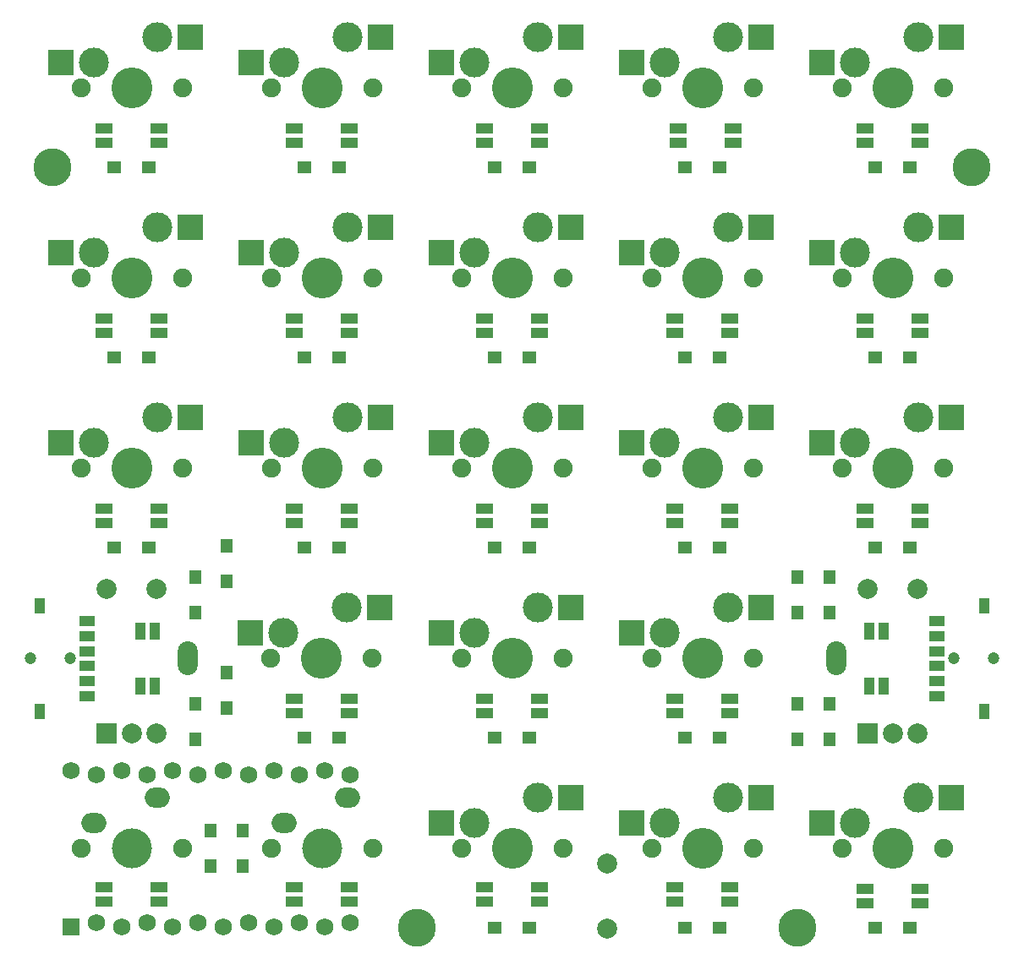
<source format=gbs>
G04 #@! TF.GenerationSoftware,KiCad,Pcbnew,(6.0.1)*
G04 #@! TF.CreationDate,2022-02-24T19:14:04+09:00*
G04 #@! TF.ProjectId,xipher_kbd,78697068-6572-45f6-9b62-642e6b696361,rev?*
G04 #@! TF.SameCoordinates,Original*
G04 #@! TF.FileFunction,Soldermask,Bot*
G04 #@! TF.FilePolarity,Negative*
%FSLAX46Y46*%
G04 Gerber Fmt 4.6, Leading zero omitted, Abs format (unit mm)*
G04 Created by KiCad (PCBNEW (6.0.1)) date 2022-02-24 19:14:04*
%MOMM*%
%LPD*%
G01*
G04 APERTURE LIST*
%ADD10C,3.800000*%
%ADD11R,1.000000X1.700000*%
%ADD12C,2.000000*%
%ADD13O,2.000000X3.400000*%
%ADD14R,2.000000X2.000000*%
%ADD15O,2.500000X2.000000*%
%ADD16C,1.900000*%
%ADD17C,4.000000*%
%ADD18C,1.200000*%
%ADD19R,1.600000X1.000000*%
%ADD20R,1.100000X1.600000*%
%ADD21C,1.752600*%
%ADD22R,1.752600X1.752600*%
%ADD23R,2.550000X2.500000*%
%ADD24C,4.100000*%
%ADD25C,3.000000*%
%ADD26R,1.400000X1.300000*%
%ADD27R,1.300000X1.400000*%
%ADD28R,1.700000X1.000000*%
G04 APERTURE END LIST*
D10*
G04 #@! TO.C,REF4*
X71437500Y-127000000D03*
G04 #@! TD*
G04 #@! TO.C,REF3*
X109537500Y-127000000D03*
G04 #@! TD*
G04 #@! TO.C,REF2*
X34925000Y-50800000D03*
G04 #@! TD*
G04 #@! TO.C,REF1*
X127000000Y-50800000D03*
G04 #@! TD*
D11*
G04 #@! TO.C,LED16*
X43750000Y-97262500D03*
X45150000Y-97262500D03*
X43750000Y-102762500D03*
X45150000Y-102762500D03*
G04 #@! TD*
D12*
G04 #@! TO.C,SW2*
X121562500Y-93012500D03*
X116562500Y-93012500D03*
D13*
X113462500Y-100012500D03*
D12*
X121562500Y-107512500D03*
X119062500Y-107512500D03*
D14*
X116562500Y-107512500D03*
G04 #@! TD*
D12*
G04 #@! TO.C,SW3*
X45362500Y-93012500D03*
X40362500Y-93012500D03*
D13*
X48462500Y-100012500D03*
D12*
X45362500Y-107512500D03*
X42862500Y-107512500D03*
D14*
X40362500Y-107512500D03*
G04 #@! TD*
D15*
G04 #@! TO.C,SW25*
X58102500Y-116522500D03*
X64452500Y-113982500D03*
D16*
X66992500Y-119062500D03*
X56832500Y-119062500D03*
D17*
X61912500Y-119062500D03*
G04 #@! TD*
G04 #@! TO.C,SW24*
X42862500Y-119062500D03*
D16*
X37782500Y-119062500D03*
X47942500Y-119062500D03*
D15*
X45402500Y-113982500D03*
X39052500Y-116522500D03*
G04 #@! TD*
D18*
G04 #@! TO.C,S1*
X125187500Y-100012500D03*
X129187500Y-100012500D03*
D19*
X123487500Y-100762500D03*
D20*
X128287500Y-105312500D03*
D19*
X123487500Y-96262500D03*
D20*
X128287500Y-94712500D03*
D19*
X123487500Y-97762500D03*
X123487500Y-99262500D03*
X123487500Y-102262500D03*
X123487500Y-103762500D03*
G04 #@! TD*
D18*
G04 #@! TO.C,S2*
X36737500Y-100012500D03*
X32737500Y-100012500D03*
D19*
X38437500Y-99262500D03*
D20*
X33637500Y-94712500D03*
D19*
X38437500Y-103762500D03*
D20*
X33637500Y-105312500D03*
D19*
X38437500Y-102262500D03*
X38437500Y-100762500D03*
X38437500Y-97762500D03*
X38437500Y-96262500D03*
G04 #@! TD*
D21*
G04 #@! TO.C,U1*
X36830000Y-111213900D03*
X64770000Y-126453900D03*
X39370000Y-111671100D03*
X41910000Y-111213900D03*
X44450000Y-111671100D03*
X46990000Y-111213900D03*
X49530000Y-111671100D03*
X52070000Y-111213900D03*
X54610000Y-111671100D03*
X57150000Y-111213900D03*
X59690000Y-111671100D03*
X62230000Y-111213900D03*
X64770000Y-111671100D03*
X62230000Y-126911100D03*
X59690000Y-126453900D03*
X57150000Y-126911100D03*
X54610000Y-126453900D03*
X52070000Y-126911100D03*
X49530000Y-126453900D03*
X46990000Y-126911100D03*
X44450000Y-126453900D03*
X41910000Y-126911100D03*
X39370000Y-126453900D03*
D22*
X36830000Y-126911100D03*
G04 #@! TD*
D23*
G04 #@! TO.C,SW28*
X111977500Y-116522500D03*
D24*
X119062500Y-119062500D03*
D16*
X124142500Y-119062500D03*
X113982500Y-119062500D03*
D23*
X124904500Y-113982500D03*
D25*
X115252500Y-116522500D03*
X121602500Y-113982500D03*
G04 #@! TD*
D23*
G04 #@! TO.C,SW27*
X92927500Y-116522500D03*
D24*
X100012500Y-119062500D03*
D16*
X105092500Y-119062500D03*
X94932500Y-119062500D03*
D23*
X105854500Y-113982500D03*
D25*
X96202500Y-116522500D03*
X102552500Y-113982500D03*
G04 #@! TD*
G04 #@! TO.C,SW26*
X83502500Y-113982500D03*
X77152500Y-116522500D03*
D23*
X86804500Y-113982500D03*
D16*
X75882500Y-119062500D03*
X86042500Y-119062500D03*
D24*
X80962500Y-119062500D03*
D23*
X73877500Y-116522500D03*
G04 #@! TD*
D25*
G04 #@! TO.C,SW22*
X102552500Y-94932500D03*
X96202500Y-97472500D03*
D23*
X105854500Y-94932500D03*
D16*
X94932500Y-100012500D03*
X105092500Y-100012500D03*
D24*
X100012500Y-100012500D03*
D23*
X92927500Y-97472500D03*
G04 #@! TD*
D25*
G04 #@! TO.C,SW21*
X83502500Y-94932500D03*
X77152500Y-97472500D03*
D23*
X86804500Y-94932500D03*
D16*
X75882500Y-100012500D03*
X86042500Y-100012500D03*
D24*
X80962500Y-100012500D03*
D23*
X73877500Y-97472500D03*
G04 #@! TD*
D25*
G04 #@! TO.C,SW20*
X64420000Y-94932500D03*
X58070000Y-97472500D03*
D23*
X67722000Y-94932500D03*
D16*
X56800000Y-100012500D03*
X66960000Y-100012500D03*
D24*
X61880000Y-100012500D03*
D23*
X54795000Y-97472500D03*
G04 #@! TD*
D25*
G04 #@! TO.C,SW18*
X121602500Y-75882500D03*
X115252500Y-78422500D03*
D23*
X124904500Y-75882500D03*
D16*
X113982500Y-80962500D03*
X124142500Y-80962500D03*
D24*
X119062500Y-80962500D03*
D23*
X111977500Y-78422500D03*
G04 #@! TD*
D25*
G04 #@! TO.C,SW17*
X102552500Y-75882500D03*
X96202500Y-78422500D03*
D23*
X105854500Y-75882500D03*
D16*
X94932500Y-80962500D03*
X105092500Y-80962500D03*
D24*
X100012500Y-80962500D03*
D23*
X92927500Y-78422500D03*
G04 #@! TD*
D25*
G04 #@! TO.C,SW16*
X83502500Y-75882500D03*
X77152500Y-78422500D03*
D23*
X86804500Y-75882500D03*
D16*
X75882500Y-80962500D03*
X86042500Y-80962500D03*
D24*
X80962500Y-80962500D03*
D23*
X73877500Y-78422500D03*
G04 #@! TD*
D25*
G04 #@! TO.C,SW15*
X64452500Y-75882500D03*
X58102500Y-78422500D03*
D23*
X67754500Y-75882500D03*
D16*
X56832500Y-80962500D03*
X66992500Y-80962500D03*
D24*
X61912500Y-80962500D03*
D23*
X54827500Y-78422500D03*
G04 #@! TD*
D25*
G04 #@! TO.C,SW14*
X45402500Y-75882500D03*
X39052500Y-78422500D03*
D23*
X48704500Y-75882500D03*
D16*
X37782500Y-80962500D03*
X47942500Y-80962500D03*
D24*
X42862500Y-80962500D03*
D23*
X35777500Y-78422500D03*
G04 #@! TD*
D25*
G04 #@! TO.C,SW13*
X121602500Y-56832500D03*
X115252500Y-59372500D03*
D23*
X124904500Y-56832500D03*
D16*
X113982500Y-61912500D03*
X124142500Y-61912500D03*
D24*
X119062500Y-61912500D03*
D23*
X111977500Y-59372500D03*
G04 #@! TD*
G04 #@! TO.C,SW12*
X92927500Y-59372500D03*
D24*
X100012500Y-61912500D03*
D16*
X105092500Y-61912500D03*
X94932500Y-61912500D03*
D23*
X105854500Y-56832500D03*
D25*
X96202500Y-59372500D03*
X102552500Y-56832500D03*
G04 #@! TD*
D23*
G04 #@! TO.C,SW11*
X73877500Y-59372500D03*
D24*
X80962500Y-61912500D03*
D16*
X86042500Y-61912500D03*
X75882500Y-61912500D03*
D23*
X86804500Y-56832500D03*
D25*
X77152500Y-59372500D03*
X83502500Y-56832500D03*
G04 #@! TD*
D23*
G04 #@! TO.C,SW10*
X54827500Y-59372500D03*
D24*
X61912500Y-61912500D03*
D16*
X66992500Y-61912500D03*
X56832500Y-61912500D03*
D23*
X67754500Y-56832500D03*
D25*
X58102500Y-59372500D03*
X64452500Y-56832500D03*
G04 #@! TD*
D23*
G04 #@! TO.C,SW9*
X35777500Y-59372500D03*
D24*
X42862500Y-61912500D03*
D16*
X47942500Y-61912500D03*
X37782500Y-61912500D03*
D23*
X48704500Y-56832500D03*
D25*
X39052500Y-59372500D03*
X45402500Y-56832500D03*
G04 #@! TD*
G04 #@! TO.C,SW8*
X121602500Y-37782500D03*
X115252500Y-40322500D03*
D23*
X124904500Y-37782500D03*
D16*
X113982500Y-42862500D03*
X124142500Y-42862500D03*
D24*
X119062500Y-42862500D03*
D23*
X111977500Y-40322500D03*
G04 #@! TD*
D25*
G04 #@! TO.C,SW7*
X102552500Y-37782500D03*
X96202500Y-40322500D03*
D23*
X105854500Y-37782500D03*
D16*
X94932500Y-42862500D03*
X105092500Y-42862500D03*
D24*
X100012500Y-42862500D03*
D23*
X92927500Y-40322500D03*
G04 #@! TD*
D25*
G04 #@! TO.C,SW6*
X83502500Y-37782500D03*
X77152500Y-40322500D03*
D23*
X86804500Y-37782500D03*
D16*
X75882500Y-42862500D03*
X86042500Y-42862500D03*
D24*
X80962500Y-42862500D03*
D23*
X73877500Y-40322500D03*
G04 #@! TD*
D25*
G04 #@! TO.C,SW5*
X64452500Y-37782500D03*
X58102500Y-40322500D03*
D23*
X67754500Y-37782500D03*
D16*
X56832500Y-42862500D03*
X66992500Y-42862500D03*
D24*
X61912500Y-42862500D03*
D23*
X54827500Y-40322500D03*
G04 #@! TD*
G04 #@! TO.C,SW4*
X35777500Y-40322500D03*
D24*
X42862500Y-42862500D03*
D16*
X47942500Y-42862500D03*
X37782500Y-42862500D03*
D23*
X48704500Y-37782500D03*
D25*
X39052500Y-40322500D03*
X45402500Y-37782500D03*
G04 #@! TD*
D26*
G04 #@! TO.C,D14*
X79187500Y-88900000D03*
X82737500Y-88900000D03*
G04 #@! TD*
G04 #@! TO.C,D13*
X60137500Y-88900000D03*
X63687500Y-88900000D03*
G04 #@! TD*
G04 #@! TO.C,D12*
X41087500Y-88900000D03*
X44637500Y-88900000D03*
G04 #@! TD*
G04 #@! TO.C,D10*
X117287500Y-69850000D03*
X120837500Y-69850000D03*
G04 #@! TD*
G04 #@! TO.C,D9*
X98237500Y-69850000D03*
X101787500Y-69850000D03*
G04 #@! TD*
G04 #@! TO.C,D8*
X79187500Y-69850000D03*
X82737500Y-69850000D03*
G04 #@! TD*
G04 #@! TO.C,D7*
X60137500Y-69850000D03*
X63687500Y-69850000D03*
G04 #@! TD*
G04 #@! TO.C,D6*
X41087500Y-69850000D03*
X44637500Y-69850000D03*
G04 #@! TD*
G04 #@! TO.C,D5*
X120837500Y-50800000D03*
X117287500Y-50800000D03*
G04 #@! TD*
G04 #@! TO.C,D4*
X98237500Y-50800000D03*
X101787500Y-50800000D03*
G04 #@! TD*
G04 #@! TO.C,D3*
X79187500Y-50800000D03*
X82737500Y-50800000D03*
G04 #@! TD*
G04 #@! TO.C,D2*
X63687500Y-50800000D03*
X60137500Y-50800000D03*
G04 #@! TD*
G04 #@! TO.C,D1*
X41087500Y-50800000D03*
X44637500Y-50800000D03*
G04 #@! TD*
D27*
G04 #@! TO.C,D11*
X112712500Y-104587500D03*
X112712500Y-108137500D03*
G04 #@! TD*
D26*
G04 #@! TO.C,D31*
X117287500Y-127000000D03*
X120837500Y-127000000D03*
G04 #@! TD*
G04 #@! TO.C,D30*
X98237500Y-127000000D03*
X101787500Y-127000000D03*
G04 #@! TD*
G04 #@! TO.C,D29*
X79187500Y-127000000D03*
X82737500Y-127000000D03*
G04 #@! TD*
D27*
G04 #@! TO.C,D28*
X53975000Y-120837500D03*
X53975000Y-117287500D03*
G04 #@! TD*
G04 #@! TO.C,D27*
X50800000Y-120837500D03*
X50800000Y-117287500D03*
G04 #@! TD*
G04 #@! TO.C,D26*
X49212500Y-108137500D03*
X49212500Y-104587500D03*
G04 #@! TD*
G04 #@! TO.C,D25*
X52387500Y-92262500D03*
X52387500Y-88712500D03*
G04 #@! TD*
G04 #@! TO.C,D24*
X52387500Y-104962500D03*
X52387500Y-101412500D03*
G04 #@! TD*
G04 #@! TO.C,D23*
X112712500Y-91887500D03*
X112712500Y-95437500D03*
G04 #@! TD*
D26*
G04 #@! TO.C,D22*
X98237500Y-107950000D03*
X101787500Y-107950000D03*
G04 #@! TD*
G04 #@! TO.C,D21*
X79187500Y-107950000D03*
X82737500Y-107950000D03*
G04 #@! TD*
G04 #@! TO.C,D20*
X60137500Y-107950000D03*
X63687500Y-107950000D03*
G04 #@! TD*
D27*
G04 #@! TO.C,D19*
X49212500Y-91887500D03*
X49212500Y-95437500D03*
G04 #@! TD*
G04 #@! TO.C,D18*
X109537500Y-104587500D03*
X109537500Y-108137500D03*
G04 #@! TD*
G04 #@! TO.C,D17*
X109537500Y-91887500D03*
X109537500Y-95437500D03*
G04 #@! TD*
D26*
G04 #@! TO.C,D16*
X117287500Y-88900000D03*
X120837500Y-88900000D03*
G04 #@! TD*
G04 #@! TO.C,D15*
X98237500Y-88900000D03*
X101787500Y-88900000D03*
G04 #@! TD*
D12*
G04 #@! TO.C,SW1*
X90487500Y-127075000D03*
X90487500Y-120575000D03*
G04 #@! TD*
D28*
G04 #@! TO.C,LED25*
X116312500Y-124525000D03*
X116312500Y-123125000D03*
X121812500Y-124525000D03*
X121812500Y-123125000D03*
G04 #@! TD*
G04 #@! TO.C,LED24*
X97262500Y-124325000D03*
X97262500Y-122925000D03*
X102762500Y-124325000D03*
X102762500Y-122925000D03*
G04 #@! TD*
G04 #@! TO.C,LED23*
X78212500Y-124325000D03*
X78212500Y-122925000D03*
X83712500Y-124325000D03*
X83712500Y-122925000D03*
G04 #@! TD*
G04 #@! TO.C,LED22*
X59162500Y-124325000D03*
X59162500Y-122925000D03*
X64662500Y-124325000D03*
X64662500Y-122925000D03*
G04 #@! TD*
G04 #@! TO.C,LED21*
X40112500Y-124325000D03*
X40112500Y-122925000D03*
X45612500Y-124325000D03*
X45612500Y-122925000D03*
G04 #@! TD*
D11*
G04 #@! TO.C,LED20*
X118175000Y-102762500D03*
X116775000Y-102762500D03*
X118175000Y-97262500D03*
X116775000Y-97262500D03*
G04 #@! TD*
D28*
G04 #@! TO.C,LED19*
X102762500Y-104075000D03*
X102762500Y-105475000D03*
X97262500Y-104075000D03*
X97262500Y-105475000D03*
G04 #@! TD*
G04 #@! TO.C,LED18*
X83712500Y-104075000D03*
X83712500Y-105475000D03*
X78212500Y-104075000D03*
X78212500Y-105475000D03*
G04 #@! TD*
G04 #@! TO.C,LED17*
X64662500Y-104075000D03*
X64662500Y-105475000D03*
X59162500Y-104075000D03*
X59162500Y-105475000D03*
G04 #@! TD*
G04 #@! TO.C,LED15*
X121812500Y-85025000D03*
X121812500Y-86425000D03*
X116312500Y-85025000D03*
X116312500Y-86425000D03*
G04 #@! TD*
G04 #@! TO.C,LED14*
X102762500Y-85025000D03*
X102762500Y-86425000D03*
X97262500Y-85025000D03*
X97262500Y-86425000D03*
G04 #@! TD*
G04 #@! TO.C,LED6*
X45612500Y-65975000D03*
X45612500Y-67375000D03*
X40112500Y-65975000D03*
X40112500Y-67375000D03*
G04 #@! TD*
G04 #@! TO.C,LED5*
X121812500Y-46925000D03*
X121812500Y-48325000D03*
X116312500Y-46925000D03*
X116312500Y-48325000D03*
G04 #@! TD*
G04 #@! TO.C,LED13*
X83712500Y-85025000D03*
X83712500Y-86425000D03*
X78212500Y-85025000D03*
X78212500Y-86425000D03*
G04 #@! TD*
G04 #@! TO.C,LED4*
X97631300Y-48325000D03*
X97631300Y-46925000D03*
X103131300Y-48325000D03*
X103131300Y-46925000D03*
G04 #@! TD*
G04 #@! TO.C,LED3*
X78212500Y-48325000D03*
X78212500Y-46925000D03*
X83712500Y-48325000D03*
X83712500Y-46925000D03*
G04 #@! TD*
G04 #@! TO.C,LED2*
X59162500Y-48325000D03*
X59162500Y-46925000D03*
X64662500Y-48325000D03*
X64662500Y-46925000D03*
G04 #@! TD*
G04 #@! TO.C,LED1*
X45612500Y-46925000D03*
X45612500Y-48325000D03*
X40112500Y-46925000D03*
X40112500Y-48325000D03*
G04 #@! TD*
G04 #@! TO.C,LED12*
X64662500Y-85025000D03*
X64662500Y-86425000D03*
X59162500Y-85025000D03*
X59162500Y-86425000D03*
G04 #@! TD*
G04 #@! TO.C,LED11*
X45612500Y-85025000D03*
X45612500Y-86425000D03*
X40112500Y-85025000D03*
X40112500Y-86425000D03*
G04 #@! TD*
G04 #@! TO.C,LED10*
X121812500Y-65975000D03*
X121812500Y-67375000D03*
X116312500Y-65975000D03*
X116312500Y-67375000D03*
G04 #@! TD*
G04 #@! TO.C,LED9*
X102762500Y-65975000D03*
X102762500Y-67375000D03*
X97262500Y-65975000D03*
X97262500Y-67375000D03*
G04 #@! TD*
G04 #@! TO.C,LED8*
X83712500Y-65975000D03*
X83712500Y-67375000D03*
X78212500Y-65975000D03*
X78212500Y-67375000D03*
G04 #@! TD*
G04 #@! TO.C,LED7*
X64662500Y-65975000D03*
X64662500Y-67375000D03*
X59162500Y-65975000D03*
X59162500Y-67375000D03*
G04 #@! TD*
M02*

</source>
